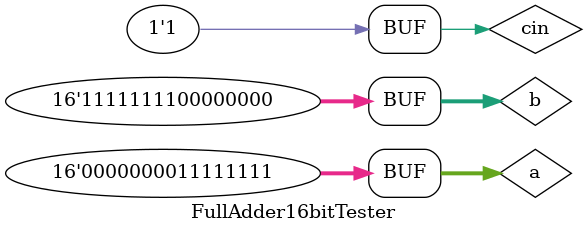
<source format=v>


`timescale 1ns/100ps

module FullAdder16bitTester;
  
  // Define a parameter so that the adder can be any size:
  
  parameter SIZE = 16;
   
  // Declare all inputs as reg and outputs as wire:
  
  reg  [SIZE-1:0] a, b;
  reg  cin;
  
  wire [SIZE-1:0] s;
  wire cout;
  
  // Instantiate a FullAdder4bit:
  
  FullAdder16bit UUT (a,b,cin,s,cout);
    
  // Define a parameter to choose the appropriate simulation:
  
  parameter SIM_CHOICE = 4;
  
  // Create the testbench sequences:
  
  initial begin
    
    // Simulation #1:
    
    // Add the values:
    // a = 0000000011111111 and b = 1111111100000000 with cin = 0:
    // Result should be s = 1111111111111111, cout = 0.
    
    if (SIM_CHOICE == 1) begin
      
      a   <= 16'b0000000011111111;      
      b   <= 16'b1111111100000000;
      cin <= 0;
      
      // End testbench simulation.
      
      #150;
      
    end 

    // Simulation #2:
    
    // Add the values:
    // a = 0111111111111111 and b = 0000000000000000 with cin = 1:
    // Result should be s = 1111111111111111, cout = 0.
      
    else if (SIM_CHOICE == 2) begin
      
      a   <= 16'b0111111111111111;
      b   <= 16'b0000000000000000;
      cin <= 1;
    
      // End testbench simulation.
      
      #150;
      
    end
         
    // Simulation #3:
    
    // Add the values:
    // a = 1111111111111111 and b = 1111111111111111 with cin = 0:
    // Result should be s = 1111111111111110, cout = 1.
    
    else if (SIM_CHOICE == 3) begin
      
      a   <= 16'b1111111111111111;
      b   <= 16'b1111111111111111;
      cin <= 0;
      
      // End testbench simulation.
      
      #150;
      
    end
    
    // Simulation #4:
    
    // Add the values:
    // a = 0000000011111111 and b = 1111111100000000 with cin = 1:
    //Result should be s = 0000000000000000, cout = 1.
    
    else if (SIM_CHOICE == 4) begin
      
      a   <= 16'b0000000011111111;      
      b   <= 16'b1111111100000000;
      cin <= 1;
      
      // End testbench simulation.
      
      #150;
      
    end  
    
    else begin
      $display ("An invalid number was chosen for SIM_CHOICE.");      
    end
    
  end
    
endmodule
</source>
